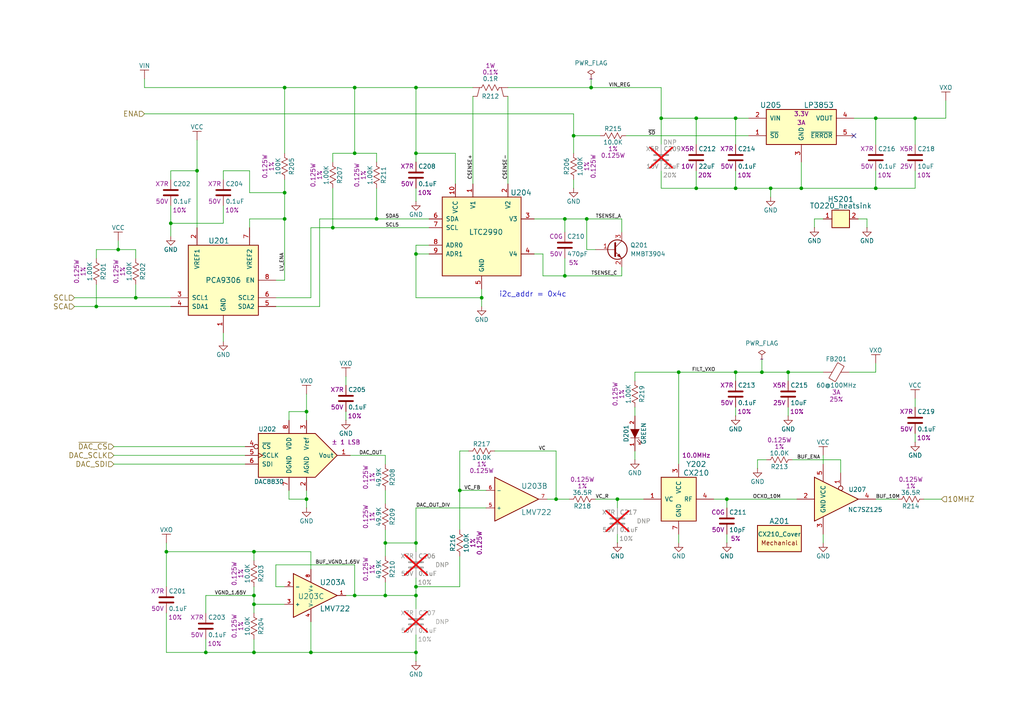
<source format=kicad_sch>
(kicad_sch (version 20231120) (generator "eeschema") (generator_version "8.0")
  (paper "A4")
  (title_block (title "Disciplined VCOCXO") (date "2019-12-09") (rev "1.1.2"))
  (junction (at 133.35 142.24))
  (junction (at 49.53 64.77))
  (junction (at 120.65 189.23))
  (junction (at 120.65 44.45))
  (junction (at 179.07 144.78))
  (junction (at 161.29 144.78))
  (junction (at 39.37 86.36))
  (junction (at 191.77 34.29))
  (junction (at 82.55 55.88))
  (junction (at 213.36 107.95))
  (junction (at 223.52 54.61))
  (junction (at 213.36 54.61))
  (junction (at 163.83 80.01))
  (junction (at 48.26 160.02))
  (junction (at 232.41 54.61))
  (junction (at 57.15 49.53))
  (junction (at 102.87 172.72))
  (junction (at 96.52 66.04))
  (junction (at 59.69 189.23))
  (junction (at 102.87 25.4))
  (junction (at 120.65 25.4))
  (junction (at 27.94 88.9))
  (junction (at 139.7 86.36))
  (junction (at 120.65 157.48))
  (junction (at 201.93 34.29))
  (junction (at 120.65 73.66))
  (junction (at 120.65 172.72))
  (junction (at 120.65 170.18))
  (junction (at 111.76 157.48))
  (junction (at 88.9 119.38))
  (junction (at 196.85 107.95))
  (junction (at 210.82 144.78))
  (junction (at 254 54.61))
  (junction (at 265.43 34.29))
  (junction (at 88.9 144.78))
  (junction (at 171.45 25.4))
  (junction (at 163.83 63.5))
  (junction (at 220.98 107.95))
  (junction (at 166.37 39.37))
  (junction (at 73.66 189.23))
  (junction (at 228.6 107.95))
  (junction (at 109.22 63.5))
  (junction (at 82.55 25.4))
  (junction (at 34.29 72.39))
  (junction (at 102.87 44.45))
  (junction (at 213.36 34.29))
  (junction (at 90.17 189.23))
  (junction (at 82.55 63.5))
  (junction (at 111.76 172.72))
  (junction (at 73.66 175.26))
  (junction (at 201.93 54.61))
  (junction (at 254 34.29))
  (junction (at 73.66 172.72))
  (junction (at 170.18 63.5))
  (junction (at 73.66 160.02))
  (no_connect (at 247.65 39.37))
  (wire (pts (xy 163.83 63.5) (xy 170.18 63.5)))
  (wire (pts (xy 154.94 63.5) (xy 163.83 63.5)))
  (wire (pts (xy 161.29 130.81) (xy 161.29 144.78)))
  (wire (pts (xy 120.65 189.23) (xy 120.65 191.77)))
  (wire (pts (xy 120.65 54.61) (xy 120.65 58.42)))
  (wire (pts (xy 120.65 170.18) (xy 120.65 172.72)))
  (wire (pts (xy 120.65 184.15) (xy 120.65 189.23)))
  (wire (pts (xy 228.6 120.65) (xy 228.6 118.11)))
  (wire (pts (xy 90.17 180.34) (xy 90.17 189.23)))
  (wire (pts (xy 39.37 86.36) (xy 39.37 82.55)))
  (wire (pts (xy 213.36 120.65) (xy 213.36 118.11)))
  (wire (pts (xy 88.9 144.78) (xy 83.82 144.78)))
  (wire (pts (xy 238.76 63.5) (xy 236.22 63.5)))
  (wire (pts (xy 64.77 59.69) (xy 64.77 64.77)))
  (wire (pts (xy 170.18 63.5) (xy 180.34 63.5)))
  (wire (pts (xy 82.55 81.28) (xy 80.01 81.28)))
  (wire (pts (xy 158.75 144.78) (xy 161.29 144.78)))
  (wire (pts (xy 120.65 73.66) (xy 120.65 86.36)))
  (wire (pts (xy 111.76 132.08) (xy 111.76 134.62)))
  (wire (pts (xy 120.65 172.72) (xy 120.65 176.53)))
  (wire (pts (xy 172.72 144.78) (xy 179.07 144.78)))
  (wire (pts (xy 265.43 34.29) (xy 274.32 34.29)))
  (wire (pts (xy 102.87 44.45) (xy 102.87 25.4)))
  (wire (pts (xy 64.77 52.07) (xy 64.77 49.53)))
  (wire (pts (xy 92.71 63.5) (xy 109.22 63.5)))
  (wire (pts (xy 191.77 34.29) (xy 201.93 34.29)))
  (wire (pts (xy 191.77 25.4) (xy 191.77 34.29)))
  (wire (pts (xy 184.15 107.95) (xy 196.85 107.95)))
  (wire (pts (xy 238.76 132.08) (xy 238.76 134.62)))
  (wire (pts (xy 120.65 157.48) (xy 120.65 160.02)))
  (wire (pts (xy 133.35 170.18) (xy 120.65 170.18)))
  (wire (pts (xy 223.52 54.61) (xy 232.41 54.61)))
  (wire (pts (xy 243.84 133.35) (xy 229.87 133.35)))
  (wire (pts (xy 120.65 147.32) (xy 120.65 157.48)))
  (wire (pts (xy 90.17 160.02) (xy 90.17 165.1)))
  (wire (pts (xy 120.65 147.32) (xy 140.97 147.32)))
  (wire (pts (xy 222.25 133.35) (xy 219.71 133.35)))
  (wire (pts (xy 48.26 160.02) (xy 48.26 170.18)))
  (wire (pts (xy 73.66 185.42) (xy 73.66 189.23)))
  (wire (pts (xy 49.53 64.77) (xy 49.53 68.58)))
  (wire (pts (xy 184.15 118.11) (xy 184.15 120.65)))
  (wire (pts (xy 220.98 107.95) (xy 228.6 107.95)))
  (wire (pts (xy 48.26 160.02) (xy 73.66 160.02)))
  (wire (pts (xy 179.07 157.48) (xy 179.07 154.94)))
  (wire (pts (xy 102.87 172.72) (xy 100.33 172.72)))
  (wire (pts (xy 213.36 34.29) (xy 217.17 34.29)))
  (wire (pts (xy 88.9 142.24) (xy 88.9 144.78)))
  (wire (pts (xy 59.69 172.72) (xy 59.69 177.8)))
  (wire (pts (xy 243.84 133.35) (xy 243.84 137.16)))
  (wire (pts (xy 72.39 66.04) (xy 72.39 63.5)))
  (wire (pts (xy 161.29 144.78) (xy 165.1 144.78)))
  (wire (pts (xy 73.66 175.26) (xy 73.66 177.8)))
  (wire (pts (xy 64.77 64.77) (xy 49.53 64.77)))
  (wire (pts (xy 133.35 130.81) (xy 133.35 142.24)))
  (wire (pts (xy 72.39 55.88) (xy 82.55 55.88)))
  (wire (pts (xy 265.43 41.91) (xy 265.43 34.29)))
  (wire (pts (xy 49.53 49.53) (xy 57.15 49.53)))
  (wire (pts (xy 111.76 157.48) (xy 111.76 161.29)))
  (wire (pts (xy 59.69 185.42) (xy 59.69 189.23)))
  (wire (pts (xy 124.46 73.66) (xy 120.65 73.66)))
  (wire (pts (xy 265.43 54.61) (xy 265.43 49.53)))
  (wire (pts (xy 254 34.29) (xy 265.43 34.29)))
  (wire (pts (xy 82.55 175.26) (xy 73.66 175.26)))
  (wire (pts (xy 73.66 170.18) (xy 73.66 172.72)))
  (wire (pts (xy 90.17 86.36) (xy 90.17 66.04)))
  (wire (pts (xy 170.18 72.39) (xy 170.18 63.5)))
  (wire (pts (xy 213.36 54.61) (xy 223.52 54.61)))
  (wire (pts (xy 64.77 49.53) (xy 72.39 49.53)))
  (wire (pts (xy 80.01 170.18) (xy 82.55 170.18)))
  (wire (pts (xy 88.9 119.38) (xy 88.9 121.92)))
  (wire (pts (xy 201.93 34.29) (xy 201.93 41.91)))
  (wire (pts (xy 184.15 107.95) (xy 184.15 110.49)))
  (wire (pts (xy 210.82 144.78) (xy 231.14 144.78)))
  (wire (pts (xy 213.36 107.95) (xy 220.98 107.95)))
  (wire (pts (xy 82.55 52.07) (xy 82.55 55.88)))
  (wire (pts (xy 100.33 121.92) (xy 100.33 119.38)))
  (wire (pts (xy 163.83 63.5) (xy 163.83 67.31)))
  (wire (pts (xy 166.37 52.07) (xy 166.37 54.61)))
  (wire (pts (xy 96.52 66.04) (xy 96.52 54.61)))
  (wire (pts (xy 140.97 142.24) (xy 133.35 142.24)))
  (wire (pts (xy 132.08 44.45) (xy 132.08 53.34)))
  (wire (pts (xy 90.17 66.04) (xy 96.52 66.04)))
  (wire (pts (xy 57.15 40.64) (xy 57.15 49.53)))
  (wire (pts (xy 120.65 25.4) (xy 137.16 25.4)))
  (wire (pts (xy 102.87 25.4) (xy 120.65 25.4)))
  (wire (pts (xy 100.33 109.22) (xy 100.33 111.76)))
  (wire (pts (xy 96.52 46.99) (xy 96.52 44.45)))
  (wire (pts (xy 48.26 189.23) (xy 48.26 177.8)))
  (wire (pts (xy 102.87 44.45) (xy 109.22 44.45)))
  (wire (pts (xy 196.85 154.94) (xy 196.85 157.48)))
  (wire (pts (xy 88.9 144.78) (xy 88.9 147.32)))
  (wire (pts (xy 120.65 44.45) (xy 120.65 46.99)))
  (wire (pts (xy 137.16 27.94) (xy 137.16 53.34)))
  (wire (pts (xy 72.39 63.5) (xy 82.55 63.5)))
  (wire (pts (xy 21.59 88.9) (xy 27.94 88.9)))
  (wire (pts (xy 120.65 86.36) (xy 139.7 86.36)))
  (wire (pts (xy 166.37 39.37) (xy 166.37 44.45)))
  (wire (pts (xy 92.71 88.9) (xy 80.01 88.9)))
  (wire (pts (xy 71.12 129.54) (xy 33.02 129.54)))
  (wire (pts (xy 83.82 119.38) (xy 88.9 119.38)))
  (wire (pts (xy 82.55 44.45) (xy 82.55 25.4)))
  (wire (pts (xy 210.82 147.32) (xy 210.82 144.78)))
  (wire (pts (xy 111.76 172.72) (xy 111.76 168.91)))
  (wire (pts (xy 213.36 107.95) (xy 213.36 110.49)))
  (wire (pts (xy 172.72 72.39) (xy 170.18 72.39)))
  (wire (pts (xy 111.76 153.67) (xy 111.76 157.48)))
  (wire (pts (xy 196.85 134.62) (xy 196.85 107.95)))
  (wire (pts (xy 109.22 63.5) (xy 124.46 63.5)))
  (wire (pts (xy 254 54.61) (xy 265.43 54.61)))
  (wire (pts (xy 41.91 25.4) (xy 82.55 25.4)))
  (wire (pts (xy 201.93 54.61) (xy 213.36 54.61)))
  (wire (pts (xy 73.66 172.72) (xy 73.66 175.26)))
  (wire (pts (xy 34.29 72.39) (xy 39.37 72.39)))
  (wire (pts (xy 120.65 172.72) (xy 111.76 172.72)))
  (wire (pts (xy 179.07 147.32) (xy 179.07 144.78)))
  (wire (pts (xy 133.35 130.81) (xy 135.89 130.81)))
  (wire (pts (xy 48.26 157.48) (xy 48.26 160.02)))
  (wire (pts (xy 102.87 163.83) (xy 80.01 163.83)))
  (wire (pts (xy 120.65 25.4) (xy 120.65 44.45)))
  (wire (pts (xy 27.94 72.39) (xy 34.29 72.39)))
  (wire (pts (xy 39.37 72.39) (xy 39.37 74.93)))
  (wire (pts (xy 124.46 71.12) (xy 120.65 71.12)))
  (wire (pts (xy 27.94 88.9) (xy 27.94 82.55)))
  (wire (pts (xy 88.9 114.3) (xy 88.9 119.38)))
  (wire (pts (xy 236.22 63.5) (xy 236.22 66.04)))
  (wire (pts (xy 232.41 54.61) (xy 232.41 46.99)))
  (wire (pts (xy 82.55 55.88) (xy 82.55 63.5)))
  (wire (pts (xy 254 49.53) (xy 254 54.61)))
  (wire (pts (xy 120.65 71.12) (xy 120.65 73.66)))
  (wire (pts (xy 139.7 83.82) (xy 139.7 86.36)))
  (wire (pts (xy 64.77 96.52) (xy 64.77 99.06)))
  (wire (pts (xy 73.66 189.23) (xy 90.17 189.23)))
  (wire (pts (xy 184.15 130.81) (xy 184.15 133.35)))
  (wire (pts (xy 213.36 54.61) (xy 213.36 49.53)))
  (wire (pts (xy 83.82 121.92) (xy 83.82 119.38)))
  (wire (pts (xy 120.65 44.45) (xy 132.08 44.45)))
  (wire (pts (xy 82.55 63.5) (xy 82.55 81.28)))
  (wire (pts (xy 111.76 172.72) (xy 102.87 172.72)))
  (wire (pts (xy 254 144.78) (xy 260.35 144.78)))
  (wire (pts (xy 109.22 63.5) (xy 109.22 54.61)))
  (wire (pts (xy 254 107.95) (xy 246.38 107.95)))
  (wire (pts (xy 111.76 157.48) (xy 120.65 157.48)))
  (wire (pts (xy 207.01 144.78) (xy 210.82 144.78)))
  (wire (pts (xy 267.97 144.78) (xy 273.05 144.78)))
  (wire (pts (xy 71.12 134.62) (xy 33.02 134.62)))
  (wire (pts (xy 83.82 144.78) (xy 83.82 142.24)))
  (wire (pts (xy 247.65 34.29) (xy 254 34.29)))
  (wire (pts (xy 179.07 144.78) (xy 186.69 144.78)))
  (wire (pts (xy 57.15 49.53) (xy 57.15 66.04)))
  (wire (pts (xy 96.52 66.04) (xy 124.46 66.04)))
  (wire (pts (xy 180.34 80.01) (xy 180.34 77.47)))
  (wire (pts (xy 238.76 157.48) (xy 238.76 154.94)))
  (wire (pts (xy 191.77 54.61) (xy 201.93 54.61)))
  (wire (pts (xy 157.48 73.66) (xy 154.94 73.66)))
  (wire (pts (xy 34.29 72.39) (xy 34.29 69.85)))
  (wire (pts (xy 163.83 74.93) (xy 163.83 80.01)))
  (wire (pts (xy 265.43 128.27) (xy 265.43 125.73)))
  (wire (pts (xy 133.35 142.24) (xy 133.35 153.67)))
  (wire (pts (xy 217.17 39.37) (xy 181.61 39.37)))
  (wire (pts (xy 27.94 74.93) (xy 27.94 72.39)))
  (wire (pts (xy 219.71 133.35) (xy 219.71 135.89)))
  (wire (pts (xy 157.48 80.01) (xy 163.83 80.01)))
  (wire (pts (xy 92.71 63.5) (xy 92.71 88.9)))
  (wire (pts (xy 139.7 86.36) (xy 139.7 88.9)))
  (wire (pts (xy 223.52 57.15) (xy 223.52 54.61)))
  (wire (pts (xy 201.93 49.53) (xy 201.93 54.61)))
  (wire (pts (xy 41.91 33.02) (xy 166.37 33.02)))
  (wire (pts (xy 59.69 189.23) (xy 73.66 189.23)))
  (wire (pts (xy 166.37 33.02) (xy 166.37 39.37)))
  (wire (pts (xy 147.32 53.34) (xy 147.32 27.94)))
  (wire (pts (xy 73.66 160.02) (xy 90.17 160.02)))
  (wire (pts (xy 90.17 189.23) (xy 120.65 189.23)))
  (wire (pts (xy 220.98 104.14) (xy 220.98 107.95)))
  (wire (pts (xy 191.77 34.29) (xy 191.77 41.91)))
  (wire (pts (xy 80.01 163.83) (xy 80.01 170.18)))
  (wire (pts (xy 157.48 80.01) (xy 157.48 73.66)))
  (wire (pts (xy 251.46 63.5) (xy 251.46 66.04)))
  (wire (pts (xy 80.01 86.36) (xy 90.17 86.36)))
  (wire (pts (xy 201.93 34.29) (xy 213.36 34.29)))
  (wire (pts (xy 147.32 25.4) (xy 171.45 25.4)))
  (wire (pts (xy 180.34 63.5) (xy 180.34 67.31)))
  (wire (pts (xy 82.55 25.4) (xy 102.87 25.4)))
  (wire (pts (xy 254 105.41) (xy 254 107.95)))
  (wire (pts (xy 73.66 172.72) (xy 59.69 172.72)))
  (wire (pts (xy 210.82 157.48) (xy 210.82 154.94)))
  (wire (pts (xy 72.39 49.53) (xy 72.39 55.88)))
  (wire (pts (xy 163.83 80.01) (xy 180.34 80.01)))
  (wire (pts (xy 133.35 161.29) (xy 133.35 170.18)))
  (wire (pts (xy 39.37 86.36) (xy 49.53 86.36)))
  (wire (pts (xy 248.92 63.5) (xy 251.46 63.5)))
  (wire (pts (xy 48.26 189.23) (xy 59.69 189.23)))
  (wire (pts (xy 102.87 172.72) (xy 102.87 163.83)))
  (wire (pts (xy 274.32 34.29) (xy 274.32 29.21)))
  (wire (pts (xy 171.45 25.4) (xy 191.77 25.4)))
  (wire (pts (xy 109.22 44.45) (xy 109.22 46.99)))
  (wire (pts (xy 196.85 107.95) (xy 213.36 107.95)))
  (wire (pts (xy 41.91 25.4) (xy 41.91 22.86)))
  (wire (pts (xy 27.94 88.9) (xy 49.53 88.9)))
  (wire (pts (xy 101.6 132.08) (xy 111.76 132.08)))
  (wire (pts (xy 120.65 167.64) (xy 120.65 170.18)))
  (wire (pts (xy 232.41 54.61) (xy 254 54.61)))
  (wire (pts (xy 171.45 22.86) (xy 171.45 25.4)))
  (wire (pts (xy 73.66 162.56) (xy 73.66 160.02)))
  (wire (pts (xy 173.99 39.37) (xy 166.37 39.37)))
  (wire (pts (xy 213.36 41.91) (xy 213.36 34.29)))
  (wire (pts (xy 49.53 52.07) (xy 49.53 49.53)))
  (wire (pts (xy 228.6 107.95) (xy 228.6 110.49)))
  (wire (pts (xy 265.43 115.57) (xy 265.43 118.11)))
  (wire (pts (xy 49.53 59.69) (xy 49.53 64.77)))
  (wire (pts (xy 254 41.91) (xy 254 34.29)))
  (wire (pts (xy 191.77 49.53) (xy 191.77 54.61)))
  (wire (pts (xy 21.59 86.36) (xy 39.37 86.36)))
  (wire (pts (xy 111.76 142.24) (xy 111.76 146.05)))
  (wire (pts (xy 96.52 44.45) (xy 102.87 44.45)))
  (wire (pts (xy 228.6 107.95) (xy 238.76 107.95)))
  (wire (pts (xy 143.51 130.81) (xy 161.29 130.81)))
  (wire (pts (xy 33.02 132.08) (xy 71.12 132.08)))
  (text "i2c_addr = 0x4c" (at 144.78 86.36 0) (effects (font (size 1.524 1.524)) (justify left bottom)))
  (label "SCL5" (at 111.76 66.04 0) (effects (font (size 1.016 1.016))))
  (label "~{SD}" (at 187.96 39.37 0) (effects (font (size 1.016 1.016))))
  (label "CSENSE-" (at 147.32 52.07 90) (effects (font (size 1.016 1.016))))
  (label "OCXO_10M" (at 218.3228 144.78 0) (effects (font (size 1.016 1.016))))
  (label "BUF_ENA" (at 231.14 133.35 0) (effects (font (size 1.016 1.016))))
  (label "LV_ENA" (at 82.55 78.74 90) (effects (font (size 1.016 1.016))))
  (label "SDA5" (at 111.76 63.5 0) (effects (font (size 1.016 1.016))))
  (label "TSENSE_C" (at 171.45 80.01 0) (effects (font (size 1.016 1.016))))
  (label "BUF_VGND_1.65V" (at 91.44 163.83 0) (effects (font (size 1.016 1.016))))
  (label "VC_R" (at 172.72 144.78 0) (effects (font (size 1.016 1.016))))
  (label "TSENSE_A" (at 172.72 63.5 0) (effects (font (size 1.016 1.016))))
  (label "DAC_OUT" (at 104.14 132.08 0) (effects (font (size 1.016 1.016))))
  (label "CSENSE+" (at 137.16 52.07 90) (effects (font (size 1.016 1.016))))
  (label "BUF_10M" (at 254 144.78 0) (effects (font (size 1.016 1.016))))
  (label "FILT_VXO" (at 200.66 107.95 0) (effects (font (size 1.016 1.016))))
  (label "VGND_1.65V" (at 62.23 172.72 0) (effects (font (size 1.016 1.016))))
  (label "DAC_OUT_DIV" (at 120.65 147.32 0) (effects (font (size 1.016 1.016))))
  (label "VIN_REG" (at 176.53 25.4 0) (effects (font (size 1.016 1.016))))
  (label "VC_FB" (at 134.62 142.24 0) (effects (font (size 1.016 1.016))))
  (label "VC" (at 156.21 130.81 0) (effects (font (size 1.016 1.016))))
  (hierarchical_label "ENA" (shape input) (at 41.91 33.02 180) (effects (font (size 1.524 1.524))))
  (hierarchical_label "SCL" (shape input) (at 21.59 86.36 180) (effects (font (size 1.524 1.524))))
  (hierarchical_label "DAC_SDI" (shape input) (at 33.02 134.62 180) (effects (font (size 1.524 1.524))))
  (hierarchical_label "SCA" (shape input) (at 21.59 88.9 180) (effects (font (size 1.524 1.524))))
  (hierarchical_label "10MHZ" (shape input) (at 273.05 144.78 0) (effects (font (size 1.524 1.524))))
  (hierarchical_label "~{DAC_CS}" (shape input) (at 33.02 129.54 180) (effects (font (size 1.524 1.524))))
  (hierarchical_label "DAC_SCLK" (shape input) (at 33.02 132.08 180) (effects (font (size 1.524 1.524))))
  (symbol (lib_id "power:GND") (at 223.52 57.15 0) (unit 1)
    (property "Reference" "#PWR010" (effects (hide yes)))
    (property "Value" "GND" (at 223.52 60.96 0))
    (property "Description" "Power symbol creates a global label with name \"GND\" , ground" (effects (hide yes)))
  )
  (symbol (lib_id "power:GND") (at 49.53 68.58 0) (unit 1)
    (property "Reference" "#PWR011" (effects (hide yes)))
    (property "Value" "GND" (at 49.53 72.39 0))
    (property "Description" "Power symbol creates a global label with name \"GND\" , ground" (effects (hide yes)))
  )
  (symbol (lib_id "power:GND") (at 120.65 58.42 0) (unit 1)
    (property "Reference" "#PWR012" (effects (hide yes)))
    (property "Value" "GND" (at 120.65 62.23 0))
    (property "Description" "Power symbol creates a global label with name \"GND\" , ground" (effects (hide yes)))
  )
  (symbol (lib_id "power:GND") (at 139.7 88.9 0) (unit 1)
    (property "Reference" "#PWR013" (effects (hide yes)))
    (property "Value" "GND" (at 139.7 92.71 0))
    (property "Description" "Power symbol creates a global label with name \"GND\" , ground" (effects (hide yes)))
  )
  (symbol (lib_id "power:GND") (at 64.77 99.06 0) (unit 1)
    (property "Reference" "#PWR014" (effects (hide yes)))
    (property "Value" "GND" (at 64.77 102.87 0))
    (property "Description" "Power symbol creates a global label with name \"GND\" , ground" (effects (hide yes)))
  )
  (symbol (lib_id "power:GND") (at 120.65 191.77 0) (unit 1)
    (property "Reference" "#PWR015" (effects (hide yes)))
    (property "Value" "GND" (at 120.65 195.58 0))
    (property "Description" "Power symbol creates a global label with name \"GND\" , ground" (effects (hide yes)))
  )
  (symbol (lib_id "power:GND") (at 88.9 147.32 0) (unit 1)
    (property "Reference" "#PWR016" (effects (hide yes)))
    (property "Value" "GND" (at 88.9 151.13 0))
    (property "Description" "Power symbol creates a global label with name \"GND\" , ground" (effects (hide yes)))
  )
  (symbol (lib_id "power:GND") (at 196.85 157.48 0) (unit 1)
    (property "Reference" "#PWR017" (effects (hide yes)))
    (property "Value" "GND" (at 196.85 161.29 0))
    (property "Description" "Power symbol creates a global label with name \"GND\" , ground" (effects (hide yes)))
  )
  (symbol (lib_id "power:GND") (at 213.36 120.65 0) (unit 1)
    (property "Reference" "#PWR019" (effects (hide yes)))
    (property "Value" "GND" (at 213.36 124.46 0))
    (property "Description" "Power symbol creates a global label with name \"GND\" , ground" (effects (hide yes)))
  )
  (symbol (lib_id "power:GND") (at 100.33 121.92 0) (unit 1)
    (property "Reference" "#PWR020" (effects (hide yes)))
    (property "Value" "GND" (at 100.33 125.73 0))
    (property "Description" "Power symbol creates a global label with name \"GND\" , ground" (effects (hide yes)))
  )
  (symbol (lib_id "Local:VXO") (at 274.32 29.21 0) (unit 1)
    (property "Reference" "#PWR021" (effects (hide yes)))
    (property "Value" "VXO" (at 274.32 25.4 0))
  )
  (symbol (lib_id "Local:VXO") (at 88.9 114.3 0) (unit 1)
    (property "Reference" "#PWR023" (effects (hide yes)))
    (property "Value" "VXO" (at 88.9 110.49 0))
  )
  (symbol (lib_id "Local:VXO") (at 100.33 109.22 0) (unit 1)
    (property "Reference" "#PWR024" (effects (hide yes)))
    (property "Value" "VXO" (at 100.33 105.41 0))
  )
  (symbol (lib_id "Local:VXO") (at 48.26 157.48 0) (unit 1)
    (property "Reference" "#PWR025" (effects (hide yes)))
    (property "Value" "VXO" (at 48.26 153.67 0))
  )
  (symbol (lib_id "Transistor_BJT:MMBT3904") (at 177.8 72.39 0) (unit 1)
    (property "Reference" "Q201" (at 187.96 71.12 0) (effects (justify right)))
    (property "Value" "MMBT3904" (at 193.04 73.66 0) (effects (justify right)))
    (property "Footprint" "Local:SOT-23-3_NXP_HandSoldering" (effects (hide yes)))
    (property "Manufacturer" "NXP Semiconductors" (effects (hide yes)))
    (property "PartNum" "MMBT3904" (effects (hide yes)))
  )
  (symbol (lib_id "Local:R_CSM2512") (at 142.24 25.4 270) (unit 1)
    (property "Reference" "R212" (at 142.24 27.94 90))
    (property "Value" "0.1R" (at 142.24 22.86 90))
    (property "Footprint" "Local:CSM2512_0R007_0R2" (effects (hide yes)))
    (property "Tolerance" "0.1%" (at 142.24 20.955 90))
    (property "Power" "1W" (at 142.24 19.05 90))
    (property "Manufacturer" "Vishay Foil" (effects (hide yes)))
    (property "PartNum" "Y14870R10000B9R" (effects (hide yes)))
  )
  (symbol (lib_id "Device:C") (at 201.93 45.72 0) (unit 1)
    (property "Reference" "C212" (at 202.565 43.18 0) (effects (justify left)))
    (property "Value" "22uF" (at 202.565 48.26 0) (effects (justify left)))
    (property "Footprint" "Local:C_1206_3216Metric_Pad2.00x1.60mm_HandSolder" (effects (hide yes)))
    (property "Voltage" "10V" (at 199.39 48.26 0))
    (property "Tolerance" "20%" (at 204.47 50.8 0))
    (property "Dielectric" "X5R" (at 199.39 43.18 0))
    (property "Manufacturer" "TDK" (effects (hide yes)))
    (property "PartNum" "C3216X5R1A226M160AC" (effects (hide yes)))
  )
  (symbol (lib_id "Device:C") (at 49.53 55.88 0) (unit 1)
    (property "Reference" "C202" (at 50.165 53.34 0) (effects (justify left)))
    (property "Value" "0.1uF" (at 50.165 58.42 0) (effects (justify left)))
    (property "Footprint" "Local:C_0805_HandSoldering" (effects (hide yes)))
    (property "Voltage" "50V" (at 46.99 58.42 0))
    (property "Tolerance" "10%" (at 52.07 60.96 0))
    (property "Dielectric" "X7R" (at 46.99 53.34 0))
    (property "Manufacturer" "Kemet" (effects (hide yes)))
    (property "PartNum" "C0805C104K5RACTU" (effects (hide yes)))
  )
  (symbol (lib_id "Device:C") (at 64.77 55.88 0) (unit 1)
    (property "Reference" "C204" (at 65.405 53.34 0) (effects (justify left)))
    (property "Value" "0.1uF" (at 65.405 58.42 0) (effects (justify left)))
    (property "Footprint" "Local:C_0805_HandSoldering" (effects (hide yes)))
    (property "Voltage" "50V" (at 62.23 58.42 0))
    (property "Tolerance" "10%" (at 67.31 60.96 0))
    (property "Dielectric" "X7R" (at 62.23 53.34 0))
    (property "Manufacturer" "Kemet" (effects (hide yes)))
    (property "PartNum" "C0805C104K5RACTU" (effects (hide yes)))
  )
  (symbol (lib_id "Device:C") (at 120.65 50.8 0) (unit 1)
    (property "Reference" "C208" (at 121.285 48.26 0) (effects (justify left)))
    (property "Value" "0.1uF" (at 121.285 53.34 0) (effects (justify left)))
    (property "Footprint" "Local:C_0805_HandSoldering" (effects (hide yes)))
    (property "Voltage" "50V" (at 118.11 53.34 0))
    (property "Tolerance" "10%" (at 123.19 55.88 0))
    (property "Dielectric" "X7R" (at 118.11 48.26 0))
    (property "Manufacturer" "Kemet" (effects (hide yes)))
    (property "PartNum" "C0805C104K5RACTU" (effects (hide yes)))
  )
  (symbol (lib_id "Device:C") (at 213.36 45.72 0) (unit 1)
    (property "Reference" "C214" (at 213.995 43.18 0) (effects (justify left)))
    (property "Value" "0.1uF" (at 213.995 48.26 0) (effects (justify left)))
    (property "Footprint" "Local:C_0805_HandSoldering" (effects (hide yes)))
    (property "Voltage" "50V" (at 210.82 48.26 0))
    (property "Tolerance" "10%" (at 215.9 50.8 0))
    (property "Dielectric" "X7R" (at 210.82 43.18 0))
    (property "Manufacturer" "Kemet" (effects (hide yes)))
    (property "PartNum" "C0805C104K5RACTU" (effects (hide yes)))
  )
  (symbol (lib_id "Device:C") (at 254 45.72 0) (unit 1)
    (property "Reference" "C216" (at 254.635 43.18 0) (effects (justify left)))
    (property "Value" "0.1uF" (at 254.635 48.26 0) (effects (justify left)))
    (property "Footprint" "Local:C_0805_HandSoldering" (effects (hide yes)))
    (property "Voltage" "50V" (at 251.46 48.26 0))
    (property "Tolerance" "10%" (at 256.54 50.8 0))
    (property "Dielectric" "X7R" (at 251.46 43.18 0))
    (property "Manufacturer" "Kemet" (effects (hide yes)))
    (property "PartNum" "C0805C104K5RACTU" (effects (hide yes)))
  )
  (symbol (lib_id "Device:C") (at 265.43 45.72 0) (unit 1)
    (property "Reference" "C218" (at 266.065 43.18 0) (effects (justify left)))
    (property "Value" "10uF" (at 266.065 48.26 0) (effects (justify left)))
    (property "Footprint" "Local:C_1206_3216Metric_Pad2.00x1.60mm_HandSolder" (effects (hide yes)))
    (property "Voltage" "25V" (at 262.89 48.26 0))
    (property "Tolerance" "10%" (at 267.97 50.8 0))
    (property "Dielectric" "X5R" (at 262.89 43.18 0))
    (property "Manufacturer" "TDK" (effects (hide yes)))
    (property "PartNum" "C3216X5R1E106K160AB" (effects (hide yes)))
  )
  (symbol (lib_id "Device:C") (at 213.36 114.3 0) (unit 1)
    (property "Reference" "C213" (at 213.995 111.76 0) (effects (justify left)))
    (property "Value" "0.1uF" (at 213.995 116.84 0) (effects (justify left)))
    (property "Footprint" "Local:C_0805_HandSoldering" (effects (hide yes)))
    (property "Voltage" "50V" (at 210.82 116.84 0))
    (property "Tolerance" "10%" (at 215.9 119.38 0))
    (property "Dielectric" "X7R" (at 210.82 111.76 0))
    (property "Manufacturer" "Kemet" (effects (hide yes)))
    (property "PartNum" "C0805C104K5RACTU" (effects (hide yes)))
  )
  (symbol (lib_id "Device:C") (at 100.33 115.57 0) (unit 1)
    (property "Reference" "C205" (at 100.965 113.03 0) (effects (justify left)))
    (property "Value" "0.1uF" (at 100.965 118.11 0) (effects (justify left)))
    (property "Footprint" "Local:C_0805_HandSoldering" (effects (hide yes)))
    (property "Voltage" "50V" (at 97.79 118.11 0))
    (property "Tolerance" "10%" (at 102.87 120.65 0))
    (property "Dielectric" "X7R" (at 97.79 113.03 0))
    (property "Manufacturer" "Kemet" (effects (hide yes)))
    (property "PartNum" "C0805C104K5RACTU" (effects (hide yes)))
  )
  (symbol (lib_id "Device:C") (at 48.26 173.99 0) (unit 1)
    (property "Reference" "C201" (at 48.895 171.45 0) (effects (justify left)))
    (property "Value" "0.1uF" (at 48.895 176.53 0) (effects (justify left)))
    (property "Footprint" "Local:C_0805_HandSoldering" (effects (hide yes)))
    (property "Voltage" "50V" (at 45.72 176.53 0))
    (property "Tolerance" "10%" (at 50.8 179.07 0))
    (property "Dielectric" "X7R" (at 45.72 171.45 0))
    (property "Manufacturer" "Kemet" (effects (hide yes)))
    (property "PartNum" "C0805C104K5RACTU" (effects (hide yes)))
  )
  (symbol (lib_id "Device:C") (at 59.69 181.61 0) (unit 1)
    (property "Reference" "C203" (at 60.325 179.07 0) (effects (justify left)))
    (property "Value" "0.1uF" (at 60.325 184.15 0) (effects (justify left)))
    (property "Footprint" "Local:C_0805_HandSoldering" (effects (hide yes)))
    (property "Voltage" "50V" (at 57.15 184.15 0))
    (property "Tolerance" "10%" (at 62.23 186.69 0))
    (property "Dielectric" "X7R" (at 57.15 179.07 0))
    (property "Manufacturer" "Kemet" (effects (hide yes)))
    (property "PartNum" "C0805C104K5RACTU" (effects (hide yes)))
  )
  (symbol (lib_id "Device:C") (at 120.65 180.34 0) (unit 1) (dnp yes)
    (property "Reference" "C207" (at 121.285 177.8 0) (effects (justify left)))
    (property "Value" "0.1uF" (at 121.285 182.88 0) (effects (justify left)))
    (property "Footprint" "Local:C_0805_HandSoldering" (effects (hide yes)))
    (property "Voltage" "50V" (at 118.11 182.88 0))
    (property "Tolerance" "10%" (at 123.19 185.42 0))
    (property "Dielectric" "X7R" (at 118.11 177.8 0))
    (property "Manufacturer" "Kemet" (effects (hide yes)))
    (property "PartNum" "C0805C104K5RACTU" (effects (hide yes)))
    (property "DNP" "DNP" (at 128.27 180.34 0))
  )
  (symbol (lib_id "Device:C") (at 120.65 163.83 0) (unit 1) (dnp yes)
    (property "Reference" "C206" (at 121.285 161.29 0) (effects (justify left)))
    (property "Value" "0.1uF" (at 121.285 166.37 0) (effects (justify left)))
    (property "Footprint" "Local:C_0805_HandSoldering" (effects (hide yes)))
    (property "Voltage" "50V" (at 118.11 166.37 0))
    (property "Tolerance" "10%" (at 123.19 168.91 0))
    (property "Dielectric" "X7R" (at 118.11 161.29 0))
    (property "Manufacturer" "Kemet" (effects (hide yes)))
    (property "PartNum" "C0805C104K5RACTU" (effects (hide yes)))
    (property "DNP" "DNP" (at 128.27 163.83 0))
  )
  (symbol (lib_id "Local:R_local") (at 82.55 48.26 0) (unit 1)
    (property "Reference" "R205" (at 84.582 48.26 90))
    (property "Value" "100K" (at 80.645 48.26 90))
    (property "Footprint" "Local:R_0805_HandSoldering" (effects (hide yes)))
    (property "Tolerance" "1%" (at 78.74 48.26 90))
    (property "Power" "0.125W" (at 76.835 48.26 90))
    (property "Manufacturer" "Vishay Dale" (effects (hide yes)))
    (property "PartNum" "CRCW0805100KFKEA" (effects (hide yes)))
  )
  (symbol (lib_id "Local:R_local") (at 111.76 138.43 0) (unit 1)
    (property "Reference" "R208" (at 113.792 138.43 90))
    (property "Value" "49.9K" (at 109.855 138.43 90))
    (property "Footprint" "Local:R_0805_HandSoldering" (effects (hide yes)))
    (property "Tolerance" "1%" (at 107.95 138.43 90))
    (property "Power" "0.125W" (at 106.045 138.43 90))
    (property "Manufacturer" "Vishay Dale" (effects (hide yes)))
    (property "PartNum" "CRCW080549K9FKEA" (effects (hide yes)))
  )
  (symbol (lib_id "Local:R_local") (at 111.76 149.86 0) (unit 1)
    (property "Reference" "R209" (at 113.792 149.86 90))
    (property "Value" "49.9K" (at 109.855 149.86 90))
    (property "Footprint" "Local:R_0805_HandSoldering" (effects (hide yes)))
    (property "Tolerance" "1%" (at 107.95 149.86 90))
    (property "Power" "0.125W" (at 106.045 149.86 90))
    (property "Manufacturer" "Vishay Dale" (effects (hide yes)))
    (property "PartNum" "CRCW080549K9FKEA" (effects (hide yes)))
  )
  (symbol (lib_id "Local:R_local") (at 111.76 165.1 0) (unit 1)
    (property "Reference" "R210" (at 113.792 165.1 90))
    (property "Value" "49.9K" (at 109.855 165.1 90))
    (property "Footprint" "Local:R_0805_HandSoldering" (effects (hide yes)))
    (property "Tolerance" "1%" (at 107.95 165.1 90))
    (property "Power" "0.125W" (at 106.045 165.1 90))
    (property "Manufacturer" "Vishay Dale" (effects (hide yes)))
    (property "PartNum" "CRCW080549K9FKEA" (effects (hide yes)))
  )
  (symbol (lib_id "Local:R_local") (at 73.66 166.37 0) (unit 1)
    (property "Reference" "R203" (at 75.692 166.37 90))
    (property "Value" "10.0K" (at 71.755 166.37 90))
    (property "Footprint" "Local:R_0805_HandSoldering" (effects (hide yes)))
    (property "Tolerance" "1%" (at 69.85 166.37 90))
    (property "Power" "0.125W" (at 67.945 166.37 90))
    (property "Manufacturer" "Vishay Dale" (effects (hide yes)))
    (property "PartNum" "CRCW080510K0FKEA" (effects (hide yes)))
  )
  (symbol (lib_id "Local:R_local") (at 73.66 181.61 0) (unit 1)
    (property "Reference" "R204" (at 75.692 181.61 90))
    (property "Value" "10.0K" (at 71.755 181.61 90))
    (property "Footprint" "Local:R_0805_HandSoldering" (effects (hide yes)))
    (property "Tolerance" "1%" (at 69.85 181.61 90))
    (property "Power" "0.125W" (at 67.945 181.61 90))
    (property "Manufacturer" "Vishay Dale" (effects (hide yes)))
    (property "PartNum" "CRCW080510K0FKEA" (effects (hide yes)))
  )
  (symbol (lib_id "Local:LP3853") (at 232.41 36.83 0) (unit 1)
    (property "Reference" "U205" (at 223.52 30.48 0) (effects (font (size 1.524 1.524))))
    (property "Value" "LP3853" (at 237.49 30.48 0) (effects (font (size 1.524 1.524))))
    (property "Footprint" "Local:TO220-5-Vertical_NDH" (effects (hide yes)))
    (property "Voltage" "3.3V" (at 232.41 33.02 0))
    (property "Current" "3A" (at 232.41 35.56 0))
    (property "Manufacturer" "Texas Instruments" (effects (hide yes)))
    (property "PartNum" "LP3853ET-3.3/NOPB" (effects (hide yes)))
  )
  (symbol (lib_id "Local:PCA9306") (at 64.77 81.28 0) (unit 1)
    (property "Reference" "U201" (at 63.5 69.85 0) (effects (font (size 1.524 1.524))))
    (property "Value" "PCA9306" (at 64.77 81.28 0) (effects (font (size 1.524 1.524))))
    (property "Footprint" "Package_SO:MSOP-8_3x3mm_P0.65mm" (effects (hide yes)))
    (property "Manufacturer" "Texas Instruments" (effects (hide yes)))
    (property "PartNum" "PCA9306DCTR" (effects (hide yes)))
  )
  (symbol (lib_id "Local:LTC2990") (at 139.7 68.58 0) (unit 1)
    (property "Reference" "U204" (at 151.13 55.88 0) (effects (font (size 1.524 1.524))))
    (property "Value" "LTC2990" (at 140.97 67.31 0) (effects (font (size 1.524 1.524))))
    (property "Footprint" "Package_SO:MSOP-10_3x3mm_P0.5mm" (effects (hide yes)))
    (property "Manufacturer" "Linear Technology" (effects (hide yes)))
    (property "PartNum" "LTC2990CMS#PBF" (effects (hide yes)))
  )
  (symbol (lib_id "Local:DAC8830") (at 86.36 132.08 0) (unit 1)
    (property "Reference" "U202" (at 74.93 124.46 0) (effects (justify left)))
    (property "Value" "DAC8830" (at 73.66 139.7 0) (effects (justify left)))
    (property "Footprint" "Package_SO:SOIC-8_3.9x4.9mm_P1.27mm" (effects (hide yes)))
    (property "Tolerance" "± 1 LSB" (at 100.33 128.27 0))
    (property "Manufacturer" "Texas Instruments" (effects (hide yes)))
    (property "PartNum" "DAC8830ICD" (effects (hide yes)))
  )
  (symbol (lib_id "Local:LMV722") (at 151.13 144.78 0) (unit 2)
    (property "Reference" "U203" (at 151.13 140.97 0) (effects (font (size 1.524 1.524)) (justify left)))
    (property "Value" "LMV722" (at 151.13 148.59 0) (effects (font (size 1.524 1.524)) (justify left)))
    (property "Footprint" "Package_SO:SOIC-8_3.9x4.9mm_P1.27mm" (effects (hide yes)))
    (property "Manufacturer" "Texas Instruments" (effects (hide yes)))
    (property "PartNum" "LMV722MX/NOPB" (effects (hide yes)))
  )
  (symbol (lib_id "Local:LMV722") (at 92.71 172.72 0) (unit 1)
    (property "Reference" "U203" (at 92.71 168.91 0) (effects (font (size 1.524 1.524)) (justify left)))
    (property "Value" "LMV722" (at 92.71 176.53 0) (effects (font (size 1.524 1.524)) (justify left)))
    (property "Footprint" "Package_SO:SOIC-8_3.9x4.9mm_P1.27mm" (effects (hide yes)))
    (property "Manufacturer" "Texas Instruments" (effects (hide yes)))
    (property "PartNum" "LMV722MX/NOPB" (effects (hide yes)))
  )
  (symbol (lib_id "Local:TO220_heatsink") (at 243.84 63.5 0) (unit 1)
    (property "Reference" "HS201" (at 243.84 57.785 0) (effects (font (size 1.524 1.524))))
    (property "Value" "TO220_heatsink" (at 243.84 59.69 0) (effects (font (size 1.524 1.524))))
    (property "Footprint" "Local:Heatsink_581x" (effects (hide yes)))
    (property "Manufacturer" "Aavid" (effects (hide yes)))
    (property "PartNum" "581002B02500G" (effects (hide yes)))
  )
  (symbol (lib_id "power:GND") (at 236.22 66.04 0) (unit 1)
    (property "Reference" "#PWR026" (effects (hide yes)))
    (property "Value" "GND" (at 236.22 69.85 0))
    (property "Description" "Power symbol creates a global label with name \"GND\" , ground" (effects (hide yes)))
  )
  (symbol (lib_id "power:GND") (at 251.46 66.04 0) (unit 1)
    (property "Reference" "#PWR027" (effects (hide yes)))
    (property "Value" "GND" (at 251.46 69.85 0))
    (property "Description" "Power symbol creates a global label with name \"GND\" , ground" (effects (hide yes)))
  )
  (symbol (lib_id "power:GND") (at 210.82 157.48 0) (unit 1)
    (property "Reference" "#PWR028" (effects (hide yes)))
    (property "Value" "GND" (at 210.82 161.29 0))
    (property "Description" "Power symbol creates a global label with name \"GND\" , ground" (effects (hide yes)))
  )
  (symbol (lib_id "Device:C") (at 210.82 151.13 0) (unit 1)
    (property "Reference" "C211" (at 211.455 148.59 0) (effects (justify left)))
    (property "Value" "10pF" (at 211.455 153.67 0) (effects (justify left)))
    (property "Footprint" "Local:C_0805_HandSoldering" (effects (hide yes)))
    (property "Voltage" "50V" (at 208.28 153.67 0))
    (property "Tolerance" "5%" (at 213.36 156.21 0))
    (property "Dielectric" "C0G" (at 208.28 148.59 0))
    (property "Manufacturer" "Kemet" (effects (hide yes)))
    (property "PartNum" "C0805C100J5GACTU" (effects (hide yes)))
  )
  (symbol (lib_id "Device:C") (at 228.6 114.3 0) (unit 1)
    (property "Reference" "C215" (at 229.235 111.76 0) (effects (justify left)))
    (property "Value" "10uF" (at 229.235 116.84 0) (effects (justify left)))
    (property "Footprint" "Local:C_1206_3216Metric_Pad2.00x1.60mm_HandSolder" (effects (hide yes)))
    (property "Voltage" "25V" (at 226.06 116.84 0))
    (property "Tolerance" "10%" (at 231.14 119.38 0))
    (property "Dielectric" "X5R" (at 226.06 111.76 0))
    (property "Manufacturer" "TDK" (effects (hide yes)))
    (property "PartNum" "C3216X5R1E106K160AB" (effects (hide yes)))
  )
  (symbol (lib_id "power:GND") (at 228.6 120.65 0) (unit 1)
    (property "Reference" "#PWR029" (effects (hide yes)))
    (property "Value" "GND" (at 228.6 124.46 0))
    (property "Description" "Power symbol creates a global label with name \"GND\" , ground" (effects (hide yes)))
  )
  (symbol (lib_id "Local:VCC") (at 265.43 115.57 0) (unit 1)
    (property "Reference" "#PWR030" (effects (hide yes)))
    (property "Value" "VCC" (at 265.43 111.76 0))
  )
  (symbol (lib_id "power:GND") (at 265.43 128.27 0) (unit 1)
    (property "Reference" "#PWR031" (effects (hide yes)))
    (property "Value" "GND" (at 265.43 132.08 0))
    (property "Description" "Power symbol creates a global label with name \"GND\" , ground" (effects (hide yes)))
  )
  (symbol (lib_id "Device:C") (at 265.43 121.92 0) (unit 1)
    (property "Reference" "C219" (at 266.065 119.38 0) (effects (justify left)))
    (property "Value" "0.1uF" (at 266.065 124.46 0) (effects (justify left)))
    (property "Footprint" "Local:C_0805_HandSoldering" (effects (hide yes)))
    (property "Voltage" "50V" (at 262.89 124.46 0))
    (property "Tolerance" "10%" (at 267.97 127 0))
    (property "Dielectric" "X7R" (at 262.89 119.38 0))
    (property "Manufacturer" "Kemet" (effects (hide yes)))
    (property "PartNum" "C0805C104K5RACTU" (effects (hide yes)))
  )
  (symbol (lib_id "power:GND") (at 219.71 135.89 0) (unit 1)
    (property "Reference" "#PWR032" (effects (hide yes)))
    (property "Value" "GND" (at 219.71 139.7 0))
    (property "Description" "Power symbol creates a global label with name \"GND\" , ground" (effects (hide yes)))
  )
  (symbol (lib_id "Local:VCC") (at 57.15 40.64 0) (unit 1)
    (property "Reference" "#PWR033" (effects (hide yes)))
    (property "Value" "VCC" (at 57.15 36.83 0))
  )
  (symbol (lib_id "Local:NC7SZ125") (at 241.3 144.78 0) (unit 1)
    (property "Reference" "U207" (at 248.666 141.986 0))
    (property "Value" "NC7SZ125" (at 250.952 147.828 0))
    (property "Footprint" "Local:SOT-23-5_1.6x2.9mm_Pitch0.95mm_HandSoldering" (effects (hide yes)))
    (property "Manufacturer" "Fairchild Semiconductor" (effects (hide yes)))
    (property "PartNum" "NC7SZ125M5X" (effects (hide yes)))
  )
  (symbol (lib_id "Local:R_local") (at 264.16 144.78 270) (unit 1)
    (property "Reference" "R214" (at 264.16 146.812 90))
    (property "Value" "36.5R" (at 264.16 142.875 90))
    (property "Footprint" "Local:R_0805_HandSoldering" (effects (hide yes)))
    (property "Tolerance" "1%" (at 264.16 140.97 90))
    (property "Power" "0.125W" (at 264.16 139.065 90))
    (property "Manufacturer" "Vishay Dale" (effects (hide yes)))
    (property "PartNum" "CRCW080536R5FKEA" (effects (hide yes)))
  )
  (symbol (lib_id "Local:R_local") (at 27.94 78.74 0) (unit 1)
    (property "Reference" "R201" (at 29.972 78.74 90))
    (property "Value" "1.00K" (at 26.035 78.74 90))
    (property "Footprint" "Local:R_0805_HandSoldering" (effects (hide yes)))
    (property "Tolerance" "1%" (at 24.13 78.74 90))
    (property "Power" "0.125W" (at 22.225 78.74 90))
    (property "Manufacturer" "Vishay Dale" (effects (hide yes)))
    (property "PartNum" "CRCW08051K00FKEA" (effects (hide yes)))
  )
  (symbol (lib_id "Local:R_local") (at 39.37 78.74 0) (unit 1)
    (property "Reference" "R202" (at 41.402 78.74 90))
    (property "Value" "1.00K" (at 37.465 78.74 90))
    (property "Footprint" "Local:R_0805_HandSoldering" (effects (hide yes)))
    (property "Tolerance" "1%" (at 35.56 78.74 90))
    (property "Power" "0.125W" (at 33.655 78.74 90))
    (property "Manufacturer" "Vishay Dale" (effects (hide yes)))
    (property "PartNum" "CRCW08051K00FKEA" (effects (hide yes)))
  )
  (symbol (lib_id "Local:VCC") (at 34.29 69.85 0) (unit 1)
    (property "Reference" "#PWR034" (effects (hide yes)))
    (property "Value" "VCC" (at 34.29 66.04 0))
  )
  (symbol (lib_id "Device:C") (at 163.83 71.12 0) (unit 1)
    (property "Reference" "C210" (at 164.465 68.58 0) (effects (justify left)))
    (property "Value" "470pF" (at 164.465 73.66 0) (effects (justify left)))
    (property "Footprint" "Local:C_0805_HandSoldering" (effects (hide yes)))
    (property "Voltage" "50V" (at 161.29 73.66 0))
    (property "Tolerance" "5%" (at 166.37 76.2 0))
    (property "Dielectric" "C0G" (at 161.29 68.58 0))
    (property "Manufacturer" "Kemet" (effects (hide yes)))
    (property "PartNum" "C0805C471J5GACTU" (effects (hide yes)))
  )
  (symbol (lib_id "Local:CX210") (at 196.85 144.78 0) (unit 1)
    (property "Reference" "Y202" (at 201.93 134.62 0) (effects (font (size 1.524 1.524))))
    (property "Value" "CX210" (at 201.93 137.16 0) (effects (font (size 1.524 1.524))))
    (property "Footprint" "Local:CX210_HandSoldering" (effects (hide yes)))
    (property "Frequency" "10.0MHz" (at 201.93 132.08 0))
    (property "Manufacturer" "Connor Winfield" (effects (hide yes)))
    (property "PartNum" "OH300-50503CV-010.0M" (effects (hide yes)))
  )
  (symbol (lib_id "Local:R_local") (at 96.52 50.8 0) (unit 1)
    (property "Reference" "R207" (at 98.552 50.8 90))
    (property "Value" "1.00K" (at 94.615 50.8 90))
    (property "Footprint" "Local:R_0805_HandSoldering" (effects (hide yes)))
    (property "Tolerance" "1%" (at 92.71 50.8 90))
    (property "Power" "0.125W" (at 90.805 50.8 90))
    (property "Manufacturer" "Vishay Dale" (effects (hide yes)))
    (property "PartNum" "CRCW08051K00FKEA" (effects (hide yes)))
  )
  (symbol (lib_id "Local:R_local") (at 109.22 50.8 0) (unit 1)
    (property "Reference" "R211" (at 111.252 50.8 90))
    (property "Value" "1.00K" (at 107.315 50.8 90))
    (property "Footprint" "Local:R_0805_HandSoldering" (effects (hide yes)))
    (property "Tolerance" "1%" (at 105.41 50.8 90))
    (property "Power" "0.125W" (at 103.505 50.8 90))
    (property "Manufacturer" "Vishay Dale" (effects (hide yes)))
    (property "PartNum" "CRCW08051K00FKEA" (effects (hide yes)))
  )
  (symbol (lib_id "Local:R_local") (at 166.37 48.26 180) (unit 1)
    (property "Reference" "R206" (at 164.338 48.26 90))
    (property "Value" "1.00K" (at 168.275 48.26 90))
    (property "Footprint" "Local:R_0805_HandSoldering" (effects (hide yes)))
    (property "Tolerance" "1%" (at 170.18 48.26 90))
    (property "Power" "0.125W" (at 172.085 48.26 90))
    (property "Manufacturer" "Vishay Dale" (effects (hide yes)))
    (property "PartNum" "CRCW08051K00FKEA" (effects (hide yes)))
  )
  (symbol (lib_id "Device:FerriteBead") (at 242.57 107.95 270) (unit 1)
    (property "Reference" "FB201" (at 242.57 104.14 90))
    (property "Value" "60@100MHz" (at 242.57 111.76 90))
    (property "Footprint" "Local:R_0805_2012Metric_Pad1.50x1.30mm_HandSolder" (effects (hide yes)))
    (property "Description" "Ferrite bead" (effects (hide yes)))
    (property "Current" "3A" (at 242.57 113.792 90))
    (property "Tolerance" "25%" (at 242.57 115.824 90))
    (property "Manufacturer" "Pulse Electronics" (effects (hide yes)))
    (property "PartNum" "PE-0805PFB600ST" (effects (hide yes)))
  )
  (symbol (lib_id "Local:VXO") (at 254 105.41 0) (unit 1)
    (property "Reference" "#PWR035" (effects (hide yes)))
    (property "Value" "VXO" (at 254 101.6 0))
  )
  (symbol (lib_id "power:PWR_FLAG") (at 171.45 22.86 0) (unit 1)
    (property "Reference" "#FLG036" (effects (hide yes)))
    (property "Value" "PWR_FLAG" (at 171.45 18.288 0))
    (property "Datasheet" "~" (at 171.45 22.86 0) (effects (font (size 1.524 1.524))))
    (property "Description" "Special symbol for telling ERC where power comes from" (effects (hide yes)))
  )
  (symbol (lib_id "power:PWR_FLAG") (at 220.98 104.14 0) (unit 1)
    (property "Reference" "#FLG037" (effects (hide yes)))
    (property "Value" "PWR_FLAG" (at 220.98 99.568 0))
    (property "Datasheet" "~" (at 220.98 104.14 0) (effects (font (size 1.524 1.524))))
    (property "Description" "Special symbol for telling ERC where power comes from" (effects (hide yes)))
  )
  (symbol (lib_id "Local:CX210_Cover") (at 226.06 156.21 0) (unit 1)
    (property "Reference" "A201" (at 226.06 151.13 0) (effects (font (size 1.524 1.524))))
    (property "Value" "CX210_Cover" (at 226.06 154.94 0))
    (property "Footprint" "Local:CX210_Cover" (effects (hide yes)))
    (property "Manufacturer" "Custom" (effects (hide yes)))
    (property "PartNum" "PN" (effects (hide yes)))
  )
  (symbol (lib_id "Local:R_local") (at 226.06 133.35 270) (unit 1)
    (property "Reference" "R213" (at 226.06 135.382 90))
    (property "Value" "10.0K" (at 226.06 131.445 90))
    (property "Footprint" "Local:R_0805_HandSoldering" (effects (hide yes)))
    (property "Tolerance" "1%" (at 226.06 129.54 90))
    (property "Power" "0.125W" (at 226.06 127.635 90))
    (property "Manufacturer" "Vishay Dale" (effects (hide yes)))
    (property "PartNum" "CRCW080510K0FKEA" (effects (hide yes)))
  )
  (symbol (lib_id "Local:R_local") (at 177.8 39.37 90) (unit 1)
    (property "Reference" "R215" (at 177.8 37.338 90))
    (property "Value" "10.0K" (at 177.8 41.275 90))
    (property "Footprint" "Local:R_0805_HandSoldering" (effects (hide yes)))
    (property "Tolerance" "1%" (at 177.8 43.18 90))
    (property "Power" "0.125W" (at 177.8 45.085 90))
    (property "Manufacturer" "Vishay Dale" (effects (hide yes)))
    (property "PartNum" "CRCW080510K0FKEA" (effects (hide yes)))
  )
  (symbol (lib_id "Device:C") (at 191.77 45.72 0) (unit 1) (dnp yes)
    (property "Reference" "C209" (at 192.405 43.18 0) (effects (justify left)))
    (property "Value" "22uF" (at 192.405 48.26 0) (effects (justify left)))
    (property "Footprint" "Local:C_1206_3216Metric_Pad2.00x1.60mm_HandSolder" (effects (hide yes)))
    (property "Voltage" "10V" (at 189.23 48.26 0))
    (property "Tolerance" "20%" (at 194.31 50.8 0))
    (property "Dielectric" "X5R" (at 189.23 43.18 0))
    (property "Manufacturer" "TDK" (effects (hide yes)))
    (property "PartNum" "C3216X5R1A226M160AC" (effects (hide yes)))
    (property "DNP" "DNP" (at 194.31 41.275 0))
  )
  (symbol (lib_id "power:GND") (at 166.37 54.61 0) (unit 1)
    (property "Reference" "#PWR038" (effects (hide yes)))
    (property "Value" "GND" (at 166.37 58.42 0))
    (property "Description" "Power symbol creates a global label with name \"GND\" , ground" (effects (hide yes)))
  )
  (symbol (lib_id "Local:R_local") (at 133.35 157.48 180) (unit 1)
    (property "Reference" "R216" (at 131.318 157.48 90))
    (property "Value" "10.0K" (at 135.255 157.48 90))
    (property "Footprint" "Local:R_0805_HandSoldering" (effects (hide yes)))
    (property "Tolerance" "1%" (at 137.16 157.48 90))
    (property "Power" "0.125W" (at 139.065 157.48 90))
    (property "Manufacturer" "Vishay Dale" (effects (hide yes)))
    (property "PartNum" "CRCW080510K0FKEA" (effects (hide yes)))
  )
  (symbol (lib_id "Local:R_local") (at 139.7 130.81 90) (unit 1)
    (property "Reference" "R217" (at 139.7 128.778 90))
    (property "Value" "10.0K" (at 139.7 132.715 90))
    (property "Footprint" "Local:R_0805_HandSoldering" (effects (hide yes)))
    (property "Tolerance" "1%" (at 139.7 134.62 90))
    (property "Power" "0.125W" (at 139.7 136.525 90))
    (property "Manufacturer" "Vishay Dale" (effects (hide yes)))
    (property "PartNum" "CRCW080510K0FKEA" (effects (hide yes)))
  )
  (symbol (lib_id "Local:R_local") (at 168.91 144.78 270) (unit 1)
    (property "Reference" "R218" (at 168.91 146.812 90))
    (property "Value" "36.5R" (at 168.91 142.875 90))
    (property "Footprint" "Local:R_0805_HandSoldering" (effects (hide yes)))
    (property "Tolerance" "1%" (at 168.91 140.97 90))
    (property "Power" "0.125W" (at 168.91 139.065 90))
    (property "Manufacturer" "Vishay Dale" (effects (hide yes)))
    (property "PartNum" "CRCW080536R5FKEA" (effects (hide yes)))
  )
  (symbol (lib_id "Device:C") (at 179.07 151.13 0) (unit 1) (dnp yes)
    (property "Reference" "C217" (at 179.705 148.59 0) (effects (justify left)))
    (property "Value" "0.1uF" (at 179.705 153.67 0) (effects (justify left)))
    (property "Footprint" "Local:C_0805_HandSoldering" (effects (hide yes)))
    (property "Voltage" "50V" (at 176.53 153.67 0))
    (property "Tolerance" "10%" (at 181.61 156.21 0))
    (property "Dielectric" "X7R" (at 176.53 148.59 0))
    (property "Manufacturer" "Kemet" (effects (hide yes)))
    (property "PartNum" "C0805C104K5RACTU" (effects (hide yes)))
    (property "DNP" "DNP" (at 186.69 151.13 0))
  )
  (symbol (lib_id "power:GND") (at 179.07 157.48 0) (unit 1)
    (property "Reference" "#PWR039" (effects (hide yes)))
    (property "Value" "GND" (at 179.07 161.29 0))
    (property "Description" "Power symbol creates a global label with name \"GND\" , ground" (effects (hide yes)))
  )
  (symbol (lib_id "Local:R_local") (at 184.15 114.3 0) (unit 1)
    (property "Reference" "R219" (at 186.182 114.3 90))
    (property "Value" "1.00K" (at 182.245 114.3 90))
    (property "Footprint" "Local:R_0805_HandSoldering" (effects (hide yes)))
    (property "Tolerance" "1%" (at 180.34 114.3 90))
    (property "Power" "0.125W" (at 178.435 114.3 90))
    (property "Manufacturer" "Vishay Dale" (effects (hide yes)))
    (property "PartNum" "CRCW08051K00FKEA" (effects (hide yes)))
  )
  (symbol (lib_id "Local:LED") (at 184.15 125.73 90) (unit 1)
    (property "Reference" "D201" (at 181.61 125.73 0))
    (property "Value" "GREEN" (at 186.69 125.73 0))
    (property "Footprint" "Local:LED_0805_HandSoldering" (effects (hide yes)))
    (property "Manufacturer" "Lite-On" (effects (hide yes)))
    (property "PartNum" "LIST-C171GKT" (effects (hide yes)))
  )
  (symbol (lib_id "power:GND") (at 184.15 133.35 0) (unit 1)
    (property "Reference" "#PWR040" (effects (hide yes)))
    (property "Value" "GND" (at 184.15 137.16 0))
    (property "Description" "Power symbol creates a global label with name \"GND\" , ground" (effects (hide yes)))
  )
  (symbol (lib_id "Local:VIN") (at 41.91 22.86 0) (unit 1)
    (property "Reference" "#PWR041" (effects (hide yes)))
    (property "Value" "VIN" (at 41.91 19.05 0))
  )
  (symbol (lib_id "power:GND") (at 238.76 157.48 0) (unit 1)
    (property "Reference" "#PWR04" (effects (hide yes)))
    (property "Value" "GND" (at 238.76 161.29 0))
    (property "Description" "Power symbol creates a global label with name \"GND\" , ground" (effects (hide yes)))
  )
  (symbol (lib_id "Local:LMV722") (at 92.71 172.72 0) (unit 3)
    (property "Reference" "U203" (at 86.36 172.974 0) (effects (font (size 1.524 1.524)) (justify left)))
    (property "Value" "LMV722" (effects (hide yes)))
    (property "Footprint" "Package_SO:SOIC-8_3.9x4.9mm_P1.27mm" (effects (hide yes)))
    (property "Manufacturer" "Texas Instruments" (effects (hide yes)))
    (property "PartNum" "LMV722MX/NOPB" (effects (hide yes)))
  )
  (symbol (lib_id "Local:VCC") (at 238.76 132.08 0) (unit 1)
    (property "Reference" "#PWR05" (effects (hide yes)))
    (property "Value" "VCC" (at 238.76 128.27 0))
  )
)
</source>
